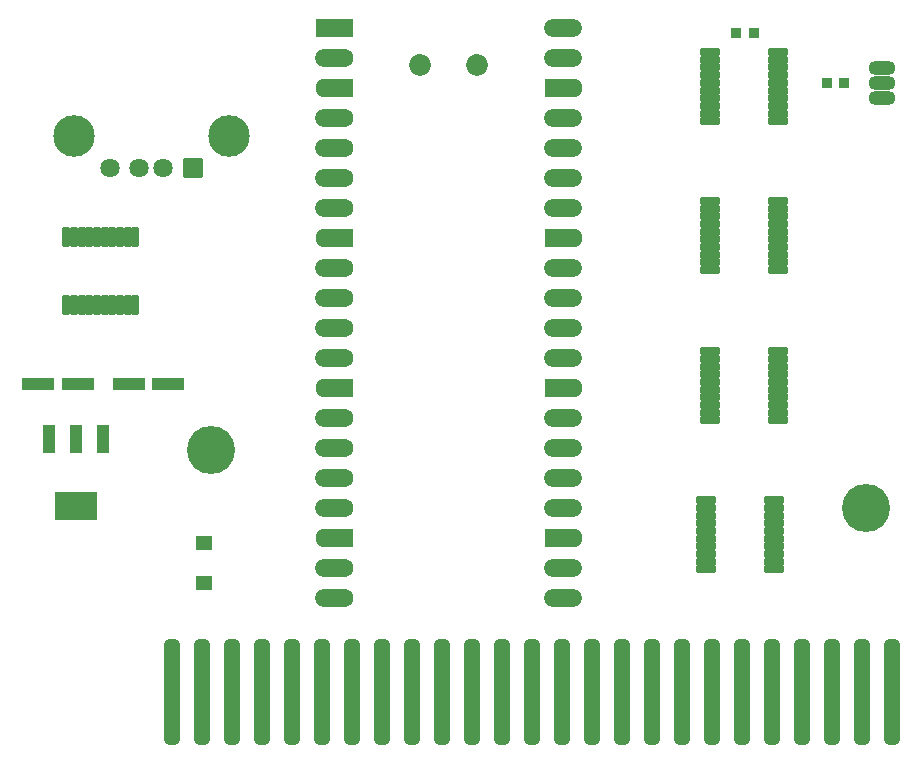
<source format=gbr>
%TF.GenerationSoftware,KiCad,Pcbnew,8.0.1*%
%TF.CreationDate,2024-04-22T15:40:42-03:00*%
%TF.ProjectId,pico-msxcart,7069636f-2d6d-4737-9863-6172742e6b69,rev?*%
%TF.SameCoordinates,Original*%
%TF.FileFunction,Soldermask,Top*%
%TF.FilePolarity,Negative*%
%FSLAX46Y46*%
G04 Gerber Fmt 4.6, Leading zero omitted, Abs format (unit mm)*
G04 Created by KiCad (PCBNEW 8.0.1) date 2024-04-22 15:40:42*
%MOMM*%
%LPD*%
G01*
G04 APERTURE LIST*
G04 Aperture macros list*
%AMRoundRect*
0 Rectangle with rounded corners*
0 $1 Rounding radius*
0 $2 $3 $4 $5 $6 $7 $8 $9 X,Y pos of 4 corners*
0 Add a 4 corners polygon primitive as box body*
4,1,4,$2,$3,$4,$5,$6,$7,$8,$9,$2,$3,0*
0 Add four circle primitives for the rounded corners*
1,1,$1+$1,$2,$3*
1,1,$1+$1,$4,$5*
1,1,$1+$1,$6,$7*
1,1,$1+$1,$8,$9*
0 Add four rect primitives between the rounded corners*
20,1,$1+$1,$2,$3,$4,$5,0*
20,1,$1+$1,$4,$5,$6,$7,0*
20,1,$1+$1,$6,$7,$8,$9,0*
20,1,$1+$1,$8,$9,$2,$3,0*%
%AMFreePoly0*
4,1,28,0.178017,0.779942,0.347107,0.720775,0.498792,0.625465,0.625465,0.498792,0.720775,0.347107,0.779942,0.178017,0.800000,0.000000,0.779942,-0.178017,0.720775,-0.347107,0.625465,-0.498792,0.498792,-0.625465,0.347107,-0.720775,0.178017,-0.779942,0.000000,-0.800000,-2.200000,-0.800000,-2.205014,-0.794986,-2.244504,-0.794986,-2.324698,-0.756366,-2.380194,-0.686777,-2.400000,-0.600000,
-2.400000,0.600000,-2.380194,0.686777,-2.324698,0.756366,-2.244504,0.794986,-2.205014,0.794986,-2.200000,0.800000,0.000000,0.800000,0.178017,0.779942,0.178017,0.779942,$1*%
%AMFreePoly1*
4,1,28,0.605014,0.794986,0.644504,0.794986,0.724698,0.756366,0.780194,0.686777,0.800000,0.600000,0.800000,-0.600000,0.780194,-0.686777,0.724698,-0.756366,0.644504,-0.794986,0.605014,-0.794986,0.600000,-0.800000,0.000000,-0.800000,-0.178017,-0.779942,-0.347107,-0.720775,-0.498792,-0.625465,-0.625465,-0.498792,-0.720775,-0.347107,-0.779942,-0.178017,-0.800000,0.000000,-0.779942,0.178017,
-0.720775,0.347107,-0.625465,0.498792,-0.498792,0.625465,-0.347107,0.720775,-0.178017,0.779942,0.000000,0.800000,0.600000,0.800000,0.605014,0.794986,0.605014,0.794986,$1*%
%AMFreePoly2*
4,1,29,0.605014,0.794986,0.644504,0.794986,0.724698,0.756366,0.780194,0.686777,0.800000,0.600000,0.800000,-0.600000,0.780194,-0.686777,0.724698,-0.756366,0.644504,-0.794986,0.605014,-0.794986,0.600000,-0.800000,0.000000,-0.800000,-1.600000,-0.800000,-1.778017,-0.779942,-1.947107,-0.720775,-2.098792,-0.625465,-2.225465,-0.498792,-2.320775,-0.347107,-2.379942,-0.178017,-2.400000,0.000000,
-2.379942,0.178017,-2.320775,0.347107,-2.225465,0.498792,-2.098792,0.625465,-1.947107,0.720775,-1.778017,0.779942,-1.600000,0.800000,0.600000,0.800000,0.605014,0.794986,0.605014,0.794986,$1*%
%AMFreePoly3*
4,1,28,0.178017,0.779942,0.347107,0.720775,0.498792,0.625465,0.625465,0.498792,0.720775,0.347107,0.779942,0.178017,0.800000,0.000000,0.779942,-0.178017,0.720775,-0.347107,0.625465,-0.498792,0.498792,-0.625465,0.347107,-0.720775,0.178017,-0.779942,0.000000,-0.800000,-0.600000,-0.800000,-0.605014,-0.794986,-0.644504,-0.794986,-0.724698,-0.756366,-0.780194,-0.686777,-0.800000,-0.600000,
-0.800000,0.600000,-0.780194,0.686777,-0.724698,0.756366,-0.644504,0.794986,-0.605014,0.794986,-0.600000,0.800000,0.000000,0.800000,0.178017,0.779942,0.178017,0.779942,$1*%
%AMFreePoly4*
4,1,29,1.778017,0.779942,1.947107,0.720775,2.098792,0.625465,2.225465,0.498792,2.320775,0.347107,2.379942,0.178017,2.400000,0.000000,2.379942,-0.178017,2.320775,-0.347107,2.225465,-0.498792,2.098792,-0.625465,1.947107,-0.720775,1.778017,-0.779942,1.600000,-0.800000,0.000000,-0.800000,-0.600000,-0.800000,-0.605014,-0.794986,-0.644504,-0.794986,-0.724698,-0.756366,-0.780194,-0.686777,
-0.800000,-0.600000,-0.800000,0.600000,-0.780194,0.686777,-0.724698,0.756366,-0.644504,0.794986,-0.605014,0.794986,-0.600000,0.800000,1.600000,0.800000,1.778017,0.779942,1.778017,0.779942,$1*%
G04 Aperture macros list end*
%ADD10C,4.064000*%
%ADD11RoundRect,0.480060X0.205740X-4.015740X0.205740X4.015740X-0.205740X4.015740X-0.205740X-4.015740X0*%
%ADD12RoundRect,0.480060X-0.205740X4.015740X-0.205740X-4.015740X0.205740X-4.015740X0.205740X4.015740X0*%
%ADD13RoundRect,0.102000X0.714000X0.714000X-0.714000X0.714000X-0.714000X-0.714000X0.714000X-0.714000X0*%
%ADD14C,1.632000*%
%ADD15C,3.520000*%
%ADD16R,0.810000X0.860000*%
%ADD17RoundRect,0.102000X-0.780000X-0.205000X0.780000X-0.205000X0.780000X0.205000X-0.780000X0.205000X0*%
%ADD18RoundRect,0.102000X-0.205000X0.780000X-0.205000X-0.780000X0.205000X-0.780000X0.205000X0.780000X0*%
%ADD19R,0.980000X2.470000*%
%ADD20R,3.600000X2.470000*%
%ADD21R,2.800000X1.100000*%
%ADD22R,1.400000X1.200000*%
%ADD23C,1.850000*%
%ADD24RoundRect,0.200000X-0.600000X-0.600000X0.600000X-0.600000X0.600000X0.600000X-0.600000X0.600000X0*%
%ADD25FreePoly0,0.000000*%
%ADD26C,1.600000*%
%ADD27RoundRect,0.800000X-0.800000X-0.000010X0.800000X-0.000010X0.800000X0.000010X-0.800000X0.000010X0*%
%ADD28FreePoly1,0.000000*%
%ADD29FreePoly2,0.000000*%
%ADD30FreePoly3,0.000000*%
%ADD31FreePoly4,0.000000*%
%ADD32RoundRect,0.102000X0.780000X0.205000X-0.780000X0.205000X-0.780000X-0.205000X0.780000X-0.205000X0*%
%ADD33O,2.284000X1.244000*%
G04 APERTURE END LIST*
D10*
%TO.C,J1*%
X119157750Y-103219250D03*
X174561500Y-108140500D03*
D11*
X176784000Y-123698000D03*
X174244000Y-123698000D03*
X171704000Y-123698000D03*
X169164000Y-123698000D03*
X166624000Y-123698000D03*
X164084000Y-123698000D03*
X161544000Y-123698000D03*
X159004000Y-123698000D03*
D12*
X156464000Y-123698000D03*
X153924000Y-123698000D03*
X151384000Y-123698000D03*
X148844000Y-123698000D03*
X146304000Y-123698000D03*
X143764000Y-123698000D03*
X141224000Y-123698000D03*
X138684000Y-123698000D03*
X136144000Y-123698000D03*
X133604000Y-123698000D03*
D11*
X131064000Y-123698000D03*
X128524000Y-123698000D03*
X125984000Y-123698000D03*
X123444000Y-123698000D03*
X120904000Y-123698000D03*
X118364000Y-123698000D03*
X115824000Y-123698000D03*
%TD*%
D13*
%TO.C,J2*%
X117580000Y-79316400D03*
D14*
X115080000Y-79316400D03*
X113080000Y-79316400D03*
X110580000Y-79316400D03*
D15*
X120650000Y-76606400D03*
X107510000Y-76606400D03*
%TD*%
D16*
%TO.C,R1*%
X171265000Y-72164800D03*
X172765000Y-72164800D03*
%TD*%
D17*
%TO.C,U6*%
X161340800Y-69545200D03*
X161340800Y-70195200D03*
X161340800Y-70845200D03*
X161340800Y-71495200D03*
X161340800Y-72145200D03*
X161340800Y-72795200D03*
X161340800Y-73445200D03*
X161340800Y-74095200D03*
X161340800Y-74745200D03*
X161340800Y-75395200D03*
X167100800Y-75395200D03*
X167100800Y-74745200D03*
X167100800Y-74095200D03*
X167100800Y-73445200D03*
X167100800Y-72795200D03*
X167100800Y-72145200D03*
X167100800Y-71495200D03*
X167100800Y-70845200D03*
X167100800Y-70195200D03*
X167100800Y-69545200D03*
%TD*%
D18*
%TO.C,U4*%
X112727200Y-85167200D03*
X112077200Y-85167200D03*
X111427200Y-85167200D03*
X110777200Y-85167200D03*
X110127200Y-85167200D03*
X109477200Y-85167200D03*
X108827200Y-85167200D03*
X108177200Y-85167200D03*
X107527200Y-85167200D03*
X106877200Y-85167200D03*
X106877200Y-90927200D03*
X107527200Y-90927200D03*
X108177200Y-90927200D03*
X108827200Y-90927200D03*
X109477200Y-90927200D03*
X110127200Y-90927200D03*
X110777200Y-90927200D03*
X111427200Y-90927200D03*
X112077200Y-90927200D03*
X112727200Y-90927200D03*
%TD*%
D19*
%TO.C,U10*%
X110018000Y-102297200D03*
X107718000Y-102297200D03*
X105418000Y-102297200D03*
D20*
X107718000Y-107957200D03*
%TD*%
D17*
%TO.C,U5*%
X161372000Y-94876500D03*
X161372000Y-95526500D03*
X161372000Y-96176500D03*
X161372000Y-96826500D03*
X161372000Y-97476500D03*
X161372000Y-98126500D03*
X161372000Y-98776500D03*
X161372000Y-99426500D03*
X161372000Y-100076500D03*
X161372000Y-100726500D03*
X167132000Y-100726500D03*
X167132000Y-100076500D03*
X167132000Y-99426500D03*
X167132000Y-98776500D03*
X167132000Y-98126500D03*
X167132000Y-97476500D03*
X167132000Y-96826500D03*
X167132000Y-96176500D03*
X167132000Y-95526500D03*
X167132000Y-94876500D03*
%TD*%
D21*
%TO.C,C2*%
X104528400Y-97637600D03*
X107848400Y-97637600D03*
%TD*%
D22*
%TO.C,D1*%
X118567200Y-111126800D03*
X118567200Y-114526800D03*
%TD*%
D21*
%TO.C,C1*%
X112199200Y-97637600D03*
X115519200Y-97637600D03*
%TD*%
D23*
%TO.C,U1*%
X136817780Y-70622423D03*
X141667780Y-70622423D03*
D24*
X130352780Y-67462423D03*
D25*
X130352780Y-67462423D03*
D26*
X130352780Y-70002423D03*
D27*
X129552780Y-70002423D03*
D28*
X130352780Y-72542423D03*
D29*
X130352780Y-72542423D03*
D26*
X130352780Y-75082423D03*
D27*
X129552780Y-75082423D03*
D26*
X130352780Y-77622423D03*
D27*
X129552780Y-77622423D03*
D26*
X130352780Y-80162423D03*
D27*
X129552780Y-80162423D03*
D26*
X130352780Y-82702423D03*
D27*
X129552780Y-82702423D03*
D28*
X130352780Y-85242423D03*
D29*
X130352780Y-85242423D03*
D26*
X130352780Y-87782423D03*
D27*
X129552780Y-87782423D03*
D26*
X130352780Y-90322423D03*
D27*
X129552780Y-90322423D03*
D26*
X130352780Y-92862423D03*
D27*
X129552780Y-92862423D03*
D26*
X130352780Y-95402423D03*
D27*
X129552780Y-95402423D03*
D28*
X130352780Y-97942423D03*
D29*
X130352780Y-97942423D03*
D26*
X130352780Y-100482423D03*
D27*
X129552780Y-100482423D03*
D26*
X130352780Y-103022423D03*
D27*
X129552780Y-103022423D03*
D26*
X130352780Y-105562423D03*
D27*
X129552780Y-105562423D03*
D26*
X130352780Y-108102423D03*
D27*
X129552780Y-108102423D03*
D28*
X130352780Y-110642423D03*
D29*
X130352780Y-110642423D03*
D26*
X130352780Y-113182423D03*
D27*
X129552780Y-113182423D03*
D26*
X130352780Y-115722423D03*
D27*
X129552780Y-115722423D03*
D26*
X148132780Y-115722423D03*
D27*
X148932780Y-115722423D03*
D26*
X148132780Y-113182423D03*
D27*
X148932780Y-113182423D03*
D30*
X148132780Y-110642423D03*
D31*
X148132780Y-110642423D03*
D26*
X148132780Y-108102423D03*
D27*
X148932780Y-108102423D03*
D26*
X148132780Y-105562423D03*
D27*
X148932780Y-105562423D03*
D26*
X148132780Y-103022423D03*
D27*
X148932780Y-103022423D03*
D26*
X148132780Y-100482423D03*
D27*
X148932780Y-100482423D03*
D30*
X148132780Y-97942423D03*
D31*
X148132780Y-97942423D03*
D26*
X148132780Y-95402423D03*
D27*
X148932780Y-95402423D03*
D26*
X148132780Y-92862423D03*
D27*
X148932780Y-92862423D03*
D26*
X148132780Y-90322423D03*
D27*
X148932780Y-90322423D03*
D26*
X148132780Y-87782423D03*
D27*
X148932780Y-87782423D03*
D30*
X148132780Y-85242423D03*
D31*
X148132780Y-85242423D03*
D26*
X148132780Y-82702423D03*
D27*
X148932780Y-82702423D03*
D26*
X148132780Y-80162423D03*
D27*
X148932780Y-80162423D03*
D26*
X148132780Y-77622423D03*
D27*
X148932780Y-77622423D03*
D26*
X148132780Y-75082423D03*
D27*
X148932780Y-75082423D03*
D30*
X148132780Y-72542423D03*
D31*
X148132780Y-72542423D03*
D26*
X148132780Y-70002423D03*
D27*
X148932780Y-70002423D03*
D26*
X148132780Y-67462423D03*
D27*
X148932780Y-67462423D03*
%TD*%
D32*
%TO.C,U2*%
X167151600Y-88004900D03*
X167151600Y-87354900D03*
X167151600Y-86704900D03*
X167151600Y-86054900D03*
X167151600Y-85404900D03*
X167151600Y-84754900D03*
X167151600Y-84104900D03*
X167151600Y-83454900D03*
X167151600Y-82804900D03*
X167151600Y-82154900D03*
X161391600Y-82154900D03*
X161391600Y-82804900D03*
X161391600Y-83454900D03*
X161391600Y-84104900D03*
X161391600Y-84754900D03*
X161391600Y-85404900D03*
X161391600Y-86054900D03*
X161391600Y-86704900D03*
X161391600Y-87354900D03*
X161391600Y-88004900D03*
%TD*%
%TO.C,U3*%
X166807000Y-113336200D03*
X166807000Y-112686200D03*
X166807000Y-112036200D03*
X166807000Y-111386200D03*
X166807000Y-110736200D03*
X166807000Y-110086200D03*
X166807000Y-109436200D03*
X166807000Y-108786200D03*
X166807000Y-108136200D03*
X166807000Y-107486200D03*
X161047000Y-107486200D03*
X161047000Y-108136200D03*
X161047000Y-108786200D03*
X161047000Y-109436200D03*
X161047000Y-110086200D03*
X161047000Y-110736200D03*
X161047000Y-111386200D03*
X161047000Y-112036200D03*
X161047000Y-112686200D03*
X161047000Y-113336200D03*
%TD*%
D16*
%TO.C,R2*%
X165119600Y-67948400D03*
X163619600Y-67948400D03*
%TD*%
D33*
%TO.C,Q1*%
X175964000Y-73434800D03*
X175964000Y-72164800D03*
X175964000Y-70894800D03*
%TD*%
M02*

</source>
